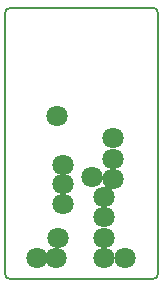
<source format=gbs>
%TF.GenerationSoftware,KiCad,Pcbnew,(6.0.0-rc1-dev-1-g01c5bdfb8)*%
%TF.CreationDate,2019-02-26T15:43:23+01:00*%
%TF.ProjectId,printhead_connector,7072696E74686561645F636F6E6E6563,rev?*%
%TF.SameCoordinates,Original*%
%TF.FileFunction,Soldermask,Bot*%
%TF.FilePolarity,Negative*%
%FSLAX46Y46*%
G04 Gerber Fmt 4.6, Leading zero omitted, Abs format (unit mm)*
G04 Created by KiCad (PCBNEW (6.0.0-rc1-dev-1-g01c5bdfb8)) date Tue Feb 26 15:43:23 2019*
%MOMM*%
%LPD*%
G01*
G04 APERTURE LIST*
%ADD10C,0.150000*%
%ADD11C,1.800000*%
G04 APERTURE END LIST*
D10*
X93500000Y-85500000D02*
G75*
G02X94000000Y-85000000I500000J0D01*
G01*
X106000000Y-85000000D02*
G75*
G02X106500000Y-85500000I0J-500000D01*
G01*
X106500000Y-107500000D02*
G75*
G02X106000000Y-108000000I-500000J0D01*
G01*
X94000000Y-108000000D02*
G75*
G02X93500000Y-107500000I0J500000D01*
G01*
X93500000Y-107500000D02*
X93500000Y-85500000D01*
X106000000Y-108000000D02*
X94000000Y-108000000D01*
X106500000Y-85500000D02*
X106500000Y-107500000D01*
X94000000Y-85000000D02*
X106000000Y-85000000D01*
D11*
X103690000Y-106200000D03*
X101940000Y-106200000D03*
X101860000Y-104480000D03*
X101860000Y-102700000D03*
X101860000Y-101000000D03*
X100880000Y-99300000D03*
X102700000Y-99500000D03*
X102700000Y-97800000D03*
X102700000Y-96000000D03*
X97950000Y-94200000D03*
X98390000Y-98300000D03*
X98390000Y-99940000D03*
X98390000Y-101650000D03*
X98030000Y-104480000D03*
X97870000Y-106200000D03*
X96200000Y-106200000D03*
M02*

</source>
